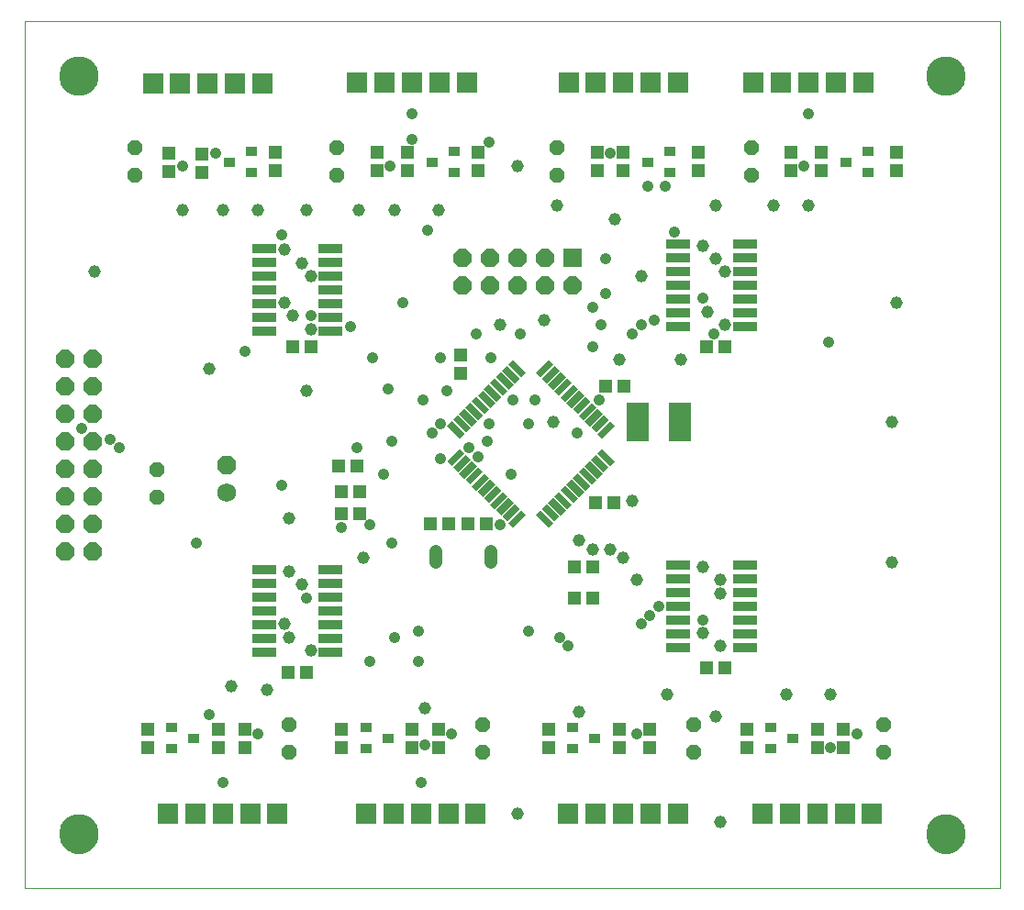
<source format=gts>
G75*
G70*
%OFA0B0*%
%FSLAX24Y24*%
%IPPOS*%
%LPD*%
%AMOC8*
5,1,8,0,0,1.08239X$1,22.5*
%
%ADD10C,0.0000*%
%ADD11C,0.1438*%
%ADD12OC8,0.0660*%
%ADD13R,0.0454X0.0493*%
%ADD14C,0.0460*%
%ADD15R,0.0493X0.0454*%
%ADD16R,0.0769X0.0769*%
%ADD17R,0.0651X0.0257*%
%ADD18R,0.0257X0.0651*%
%ADD19R,0.0660X0.0660*%
%ADD20R,0.0808X0.1399*%
%ADD21R,0.0860X0.0320*%
%ADD22OC8,0.0540*%
%ADD23OC8,0.0690*%
%ADD24C,0.0690*%
%ADD25R,0.0410X0.0370*%
%ADD26C,0.0417*%
%ADD27C,0.0457*%
D10*
X001140Y001640D02*
X001140Y033136D01*
X036573Y033136D01*
X036573Y001640D01*
X001140Y001640D01*
X002420Y003609D02*
X002422Y003661D01*
X002428Y003713D01*
X002438Y003764D01*
X002451Y003814D01*
X002469Y003864D01*
X002490Y003911D01*
X002514Y003957D01*
X002543Y004001D01*
X002574Y004043D01*
X002608Y004082D01*
X002645Y004119D01*
X002685Y004152D01*
X002728Y004183D01*
X002772Y004210D01*
X002818Y004234D01*
X002867Y004254D01*
X002916Y004270D01*
X002967Y004283D01*
X003018Y004292D01*
X003070Y004297D01*
X003122Y004298D01*
X003174Y004295D01*
X003226Y004288D01*
X003277Y004277D01*
X003327Y004263D01*
X003376Y004244D01*
X003423Y004222D01*
X003468Y004197D01*
X003512Y004168D01*
X003553Y004136D01*
X003592Y004101D01*
X003627Y004063D01*
X003660Y004022D01*
X003690Y003980D01*
X003716Y003935D01*
X003739Y003888D01*
X003758Y003839D01*
X003774Y003789D01*
X003786Y003739D01*
X003794Y003687D01*
X003798Y003635D01*
X003798Y003583D01*
X003794Y003531D01*
X003786Y003479D01*
X003774Y003429D01*
X003758Y003379D01*
X003739Y003330D01*
X003716Y003283D01*
X003690Y003238D01*
X003660Y003196D01*
X003627Y003155D01*
X003592Y003117D01*
X003553Y003082D01*
X003512Y003050D01*
X003468Y003021D01*
X003423Y002996D01*
X003376Y002974D01*
X003327Y002955D01*
X003277Y002941D01*
X003226Y002930D01*
X003174Y002923D01*
X003122Y002920D01*
X003070Y002921D01*
X003018Y002926D01*
X002967Y002935D01*
X002916Y002948D01*
X002867Y002964D01*
X002818Y002984D01*
X002772Y003008D01*
X002728Y003035D01*
X002685Y003066D01*
X002645Y003099D01*
X002608Y003136D01*
X002574Y003175D01*
X002543Y003217D01*
X002514Y003261D01*
X002490Y003307D01*
X002469Y003354D01*
X002451Y003404D01*
X002438Y003454D01*
X002428Y003505D01*
X002422Y003557D01*
X002420Y003609D01*
X002420Y031168D02*
X002422Y031220D01*
X002428Y031272D01*
X002438Y031323D01*
X002451Y031373D01*
X002469Y031423D01*
X002490Y031470D01*
X002514Y031516D01*
X002543Y031560D01*
X002574Y031602D01*
X002608Y031641D01*
X002645Y031678D01*
X002685Y031711D01*
X002728Y031742D01*
X002772Y031769D01*
X002818Y031793D01*
X002867Y031813D01*
X002916Y031829D01*
X002967Y031842D01*
X003018Y031851D01*
X003070Y031856D01*
X003122Y031857D01*
X003174Y031854D01*
X003226Y031847D01*
X003277Y031836D01*
X003327Y031822D01*
X003376Y031803D01*
X003423Y031781D01*
X003468Y031756D01*
X003512Y031727D01*
X003553Y031695D01*
X003592Y031660D01*
X003627Y031622D01*
X003660Y031581D01*
X003690Y031539D01*
X003716Y031494D01*
X003739Y031447D01*
X003758Y031398D01*
X003774Y031348D01*
X003786Y031298D01*
X003794Y031246D01*
X003798Y031194D01*
X003798Y031142D01*
X003794Y031090D01*
X003786Y031038D01*
X003774Y030988D01*
X003758Y030938D01*
X003739Y030889D01*
X003716Y030842D01*
X003690Y030797D01*
X003660Y030755D01*
X003627Y030714D01*
X003592Y030676D01*
X003553Y030641D01*
X003512Y030609D01*
X003468Y030580D01*
X003423Y030555D01*
X003376Y030533D01*
X003327Y030514D01*
X003277Y030500D01*
X003226Y030489D01*
X003174Y030482D01*
X003122Y030479D01*
X003070Y030480D01*
X003018Y030485D01*
X002967Y030494D01*
X002916Y030507D01*
X002867Y030523D01*
X002818Y030543D01*
X002772Y030567D01*
X002728Y030594D01*
X002685Y030625D01*
X002645Y030658D01*
X002608Y030695D01*
X002574Y030734D01*
X002543Y030776D01*
X002514Y030820D01*
X002490Y030866D01*
X002469Y030913D01*
X002451Y030963D01*
X002438Y031013D01*
X002428Y031064D01*
X002422Y031116D01*
X002420Y031168D01*
X033916Y031168D02*
X033918Y031220D01*
X033924Y031272D01*
X033934Y031323D01*
X033947Y031373D01*
X033965Y031423D01*
X033986Y031470D01*
X034010Y031516D01*
X034039Y031560D01*
X034070Y031602D01*
X034104Y031641D01*
X034141Y031678D01*
X034181Y031711D01*
X034224Y031742D01*
X034268Y031769D01*
X034314Y031793D01*
X034363Y031813D01*
X034412Y031829D01*
X034463Y031842D01*
X034514Y031851D01*
X034566Y031856D01*
X034618Y031857D01*
X034670Y031854D01*
X034722Y031847D01*
X034773Y031836D01*
X034823Y031822D01*
X034872Y031803D01*
X034919Y031781D01*
X034964Y031756D01*
X035008Y031727D01*
X035049Y031695D01*
X035088Y031660D01*
X035123Y031622D01*
X035156Y031581D01*
X035186Y031539D01*
X035212Y031494D01*
X035235Y031447D01*
X035254Y031398D01*
X035270Y031348D01*
X035282Y031298D01*
X035290Y031246D01*
X035294Y031194D01*
X035294Y031142D01*
X035290Y031090D01*
X035282Y031038D01*
X035270Y030988D01*
X035254Y030938D01*
X035235Y030889D01*
X035212Y030842D01*
X035186Y030797D01*
X035156Y030755D01*
X035123Y030714D01*
X035088Y030676D01*
X035049Y030641D01*
X035008Y030609D01*
X034964Y030580D01*
X034919Y030555D01*
X034872Y030533D01*
X034823Y030514D01*
X034773Y030500D01*
X034722Y030489D01*
X034670Y030482D01*
X034618Y030479D01*
X034566Y030480D01*
X034514Y030485D01*
X034463Y030494D01*
X034412Y030507D01*
X034363Y030523D01*
X034314Y030543D01*
X034268Y030567D01*
X034224Y030594D01*
X034181Y030625D01*
X034141Y030658D01*
X034104Y030695D01*
X034070Y030734D01*
X034039Y030776D01*
X034010Y030820D01*
X033986Y030866D01*
X033965Y030913D01*
X033947Y030963D01*
X033934Y031013D01*
X033924Y031064D01*
X033918Y031116D01*
X033916Y031168D01*
X033916Y003609D02*
X033918Y003661D01*
X033924Y003713D01*
X033934Y003764D01*
X033947Y003814D01*
X033965Y003864D01*
X033986Y003911D01*
X034010Y003957D01*
X034039Y004001D01*
X034070Y004043D01*
X034104Y004082D01*
X034141Y004119D01*
X034181Y004152D01*
X034224Y004183D01*
X034268Y004210D01*
X034314Y004234D01*
X034363Y004254D01*
X034412Y004270D01*
X034463Y004283D01*
X034514Y004292D01*
X034566Y004297D01*
X034618Y004298D01*
X034670Y004295D01*
X034722Y004288D01*
X034773Y004277D01*
X034823Y004263D01*
X034872Y004244D01*
X034919Y004222D01*
X034964Y004197D01*
X035008Y004168D01*
X035049Y004136D01*
X035088Y004101D01*
X035123Y004063D01*
X035156Y004022D01*
X035186Y003980D01*
X035212Y003935D01*
X035235Y003888D01*
X035254Y003839D01*
X035270Y003789D01*
X035282Y003739D01*
X035290Y003687D01*
X035294Y003635D01*
X035294Y003583D01*
X035290Y003531D01*
X035282Y003479D01*
X035270Y003429D01*
X035254Y003379D01*
X035235Y003330D01*
X035212Y003283D01*
X035186Y003238D01*
X035156Y003196D01*
X035123Y003155D01*
X035088Y003117D01*
X035049Y003082D01*
X035008Y003050D01*
X034964Y003021D01*
X034919Y002996D01*
X034872Y002974D01*
X034823Y002955D01*
X034773Y002941D01*
X034722Y002930D01*
X034670Y002923D01*
X034618Y002920D01*
X034566Y002921D01*
X034514Y002926D01*
X034463Y002935D01*
X034412Y002948D01*
X034363Y002964D01*
X034314Y002984D01*
X034268Y003008D01*
X034224Y003035D01*
X034181Y003066D01*
X034141Y003099D01*
X034104Y003136D01*
X034070Y003175D01*
X034039Y003217D01*
X034010Y003261D01*
X033986Y003307D01*
X033965Y003354D01*
X033947Y003404D01*
X033934Y003454D01*
X033924Y003505D01*
X033918Y003557D01*
X033916Y003609D01*
D11*
X034605Y003609D03*
X034605Y031168D03*
X003109Y031168D03*
X003109Y003609D03*
D12*
X003609Y013888D03*
X003609Y014888D03*
X003609Y015888D03*
X003609Y016888D03*
X003609Y017888D03*
X003609Y018888D03*
X003609Y019888D03*
X003609Y020888D03*
X002609Y020888D03*
X002609Y019888D03*
X002609Y018888D03*
X002609Y017888D03*
X002609Y016888D03*
X002609Y015888D03*
X002609Y014888D03*
X002609Y013888D03*
X017060Y023540D03*
X017060Y024540D03*
X018060Y024540D03*
X018060Y023540D03*
X019060Y023540D03*
X020060Y023540D03*
X020060Y024540D03*
X019060Y024540D03*
X021060Y023540D03*
D13*
X016980Y021015D03*
X016980Y020345D03*
X013235Y016980D03*
X012565Y016980D03*
X012645Y016040D03*
X013315Y016040D03*
X013315Y015240D03*
X012645Y015240D03*
X021125Y013320D03*
X021795Y013320D03*
X021795Y012200D03*
X021125Y012200D03*
D14*
X018100Y013480D02*
X018100Y013880D01*
X016100Y013880D02*
X016100Y013480D01*
D15*
X015885Y014900D03*
X016555Y014900D03*
X017265Y014880D03*
X017935Y014880D03*
X021885Y015640D03*
X022555Y015640D03*
X022245Y019880D03*
X022915Y019880D03*
X025925Y021320D03*
X026595Y021320D03*
X025620Y027705D03*
X025620Y028375D03*
X022900Y028375D03*
X022900Y027705D03*
X021940Y027705D03*
X021940Y028375D03*
X017620Y028375D03*
X017620Y027705D03*
X015060Y027705D03*
X015060Y028375D03*
X013940Y028375D03*
X013940Y027705D03*
X010260Y027705D03*
X010260Y028375D03*
X007580Y028335D03*
X007580Y027665D03*
X006380Y027685D03*
X006380Y028355D03*
X010885Y021320D03*
X011555Y021320D03*
X011395Y009480D03*
X010725Y009480D03*
X009140Y007415D03*
X009140Y006745D03*
X008180Y006745D03*
X008180Y007415D03*
X005620Y007415D03*
X005620Y006745D03*
X012660Y006745D03*
X012660Y007415D03*
X015220Y007415D03*
X015220Y006745D03*
X016180Y006745D03*
X016180Y007415D03*
X020180Y007415D03*
X020180Y006745D03*
X022740Y006745D03*
X022740Y007415D03*
X023860Y007415D03*
X023860Y006745D03*
X027380Y006745D03*
X027380Y007415D03*
X026595Y009640D03*
X025925Y009640D03*
X029940Y007415D03*
X029940Y006745D03*
X030900Y006745D03*
X030900Y007415D03*
X030100Y027705D03*
X030100Y028375D03*
X028980Y028375D03*
X028980Y027705D03*
X032820Y027705D03*
X032820Y028375D03*
D16*
X031620Y030920D03*
X030620Y030920D03*
X029620Y030920D03*
X028620Y030920D03*
X027636Y030920D03*
X024900Y030920D03*
X023900Y030920D03*
X022900Y030920D03*
X021900Y030920D03*
X020916Y030920D03*
X017220Y030920D03*
X016220Y030920D03*
X015220Y030920D03*
X014220Y030920D03*
X013236Y030920D03*
X009800Y030880D03*
X008800Y030880D03*
X007800Y030880D03*
X006800Y030880D03*
X005816Y030880D03*
X006340Y004360D03*
X007340Y004360D03*
X008340Y004360D03*
X009340Y004360D03*
X010324Y004360D03*
X013540Y004360D03*
X014540Y004360D03*
X015540Y004360D03*
X016540Y004360D03*
X017524Y004360D03*
X020900Y004360D03*
X021900Y004360D03*
X022900Y004360D03*
X023900Y004360D03*
X024884Y004360D03*
X027940Y004360D03*
X028940Y004360D03*
X029940Y004360D03*
X030940Y004360D03*
X031924Y004360D03*
D17*
G36*
X019359Y015211D02*
X018900Y014752D01*
X018719Y014933D01*
X019178Y015392D01*
X019359Y015211D01*
G37*
G36*
X019136Y015434D02*
X018677Y014975D01*
X018496Y015156D01*
X018955Y015615D01*
X019136Y015434D01*
G37*
G36*
X018913Y015656D02*
X018454Y015197D01*
X018273Y015378D01*
X018732Y015837D01*
X018913Y015656D01*
G37*
G36*
X018691Y015879D02*
X018232Y015420D01*
X018051Y015601D01*
X018510Y016060D01*
X018691Y015879D01*
G37*
G36*
X018468Y016102D02*
X018009Y015643D01*
X017828Y015824D01*
X018287Y016283D01*
X018468Y016102D01*
G37*
G36*
X018245Y016324D02*
X017786Y015865D01*
X017605Y016046D01*
X018064Y016505D01*
X018245Y016324D01*
G37*
G36*
X018023Y016547D02*
X017564Y016088D01*
X017383Y016269D01*
X017842Y016728D01*
X018023Y016547D01*
G37*
G36*
X017800Y016770D02*
X017341Y016311D01*
X017160Y016492D01*
X017619Y016951D01*
X017800Y016770D01*
G37*
G36*
X017577Y016992D02*
X017118Y016533D01*
X016937Y016714D01*
X017396Y017173D01*
X017577Y016992D01*
G37*
G36*
X017355Y017215D02*
X016896Y016756D01*
X016715Y016937D01*
X017174Y017396D01*
X017355Y017215D01*
G37*
G36*
X017132Y017438D02*
X016673Y016979D01*
X016492Y017160D01*
X016951Y017619D01*
X017132Y017438D01*
G37*
G36*
X020807Y020222D02*
X020348Y019763D01*
X020167Y019944D01*
X020626Y020403D01*
X020807Y020222D01*
G37*
G36*
X021029Y019999D02*
X020570Y019540D01*
X020389Y019721D01*
X020848Y020180D01*
X021029Y019999D01*
G37*
G36*
X021252Y019776D02*
X020793Y019317D01*
X020612Y019498D01*
X021071Y019957D01*
X021252Y019776D01*
G37*
G36*
X021475Y019554D02*
X021016Y019095D01*
X020835Y019276D01*
X021294Y019735D01*
X021475Y019554D01*
G37*
G36*
X021697Y019331D02*
X021238Y018872D01*
X021057Y019053D01*
X021516Y019512D01*
X021697Y019331D01*
G37*
G36*
X021920Y019108D02*
X021461Y018649D01*
X021280Y018830D01*
X021739Y019289D01*
X021920Y019108D01*
G37*
G36*
X022143Y018886D02*
X021684Y018427D01*
X021503Y018608D01*
X021962Y019067D01*
X022143Y018886D01*
G37*
G36*
X022365Y018663D02*
X021906Y018204D01*
X021725Y018385D01*
X022184Y018844D01*
X022365Y018663D01*
G37*
G36*
X022588Y018440D02*
X022129Y017981D01*
X021948Y018162D01*
X022407Y018621D01*
X022588Y018440D01*
G37*
G36*
X020584Y020444D02*
X020125Y019985D01*
X019944Y020166D01*
X020403Y020625D01*
X020584Y020444D01*
G37*
G36*
X020361Y020667D02*
X019902Y020208D01*
X019721Y020389D01*
X020180Y020848D01*
X020361Y020667D01*
G37*
D18*
G36*
X019359Y020389D02*
X019178Y020208D01*
X018719Y020667D01*
X018900Y020848D01*
X019359Y020389D01*
G37*
G36*
X019136Y020166D02*
X018955Y019985D01*
X018496Y020444D01*
X018677Y020625D01*
X019136Y020166D01*
G37*
G36*
X018913Y019944D02*
X018732Y019763D01*
X018273Y020222D01*
X018454Y020403D01*
X018913Y019944D01*
G37*
G36*
X018691Y019721D02*
X018510Y019540D01*
X018051Y019999D01*
X018232Y020180D01*
X018691Y019721D01*
G37*
G36*
X018468Y019498D02*
X018287Y019317D01*
X017828Y019776D01*
X018009Y019957D01*
X018468Y019498D01*
G37*
G36*
X018245Y019276D02*
X018064Y019095D01*
X017605Y019554D01*
X017786Y019735D01*
X018245Y019276D01*
G37*
G36*
X018023Y019053D02*
X017842Y018872D01*
X017383Y019331D01*
X017564Y019512D01*
X018023Y019053D01*
G37*
G36*
X017800Y018830D02*
X017619Y018649D01*
X017160Y019108D01*
X017341Y019289D01*
X017800Y018830D01*
G37*
G36*
X017577Y018608D02*
X017396Y018427D01*
X016937Y018886D01*
X017118Y019067D01*
X017577Y018608D01*
G37*
G36*
X017355Y018385D02*
X017174Y018204D01*
X016715Y018663D01*
X016896Y018844D01*
X017355Y018385D01*
G37*
G36*
X017132Y018162D02*
X016951Y017981D01*
X016492Y018440D01*
X016673Y018621D01*
X017132Y018162D01*
G37*
G36*
X020584Y015156D02*
X020403Y014975D01*
X019944Y015434D01*
X020125Y015615D01*
X020584Y015156D01*
G37*
G36*
X020807Y015378D02*
X020626Y015197D01*
X020167Y015656D01*
X020348Y015837D01*
X020807Y015378D01*
G37*
G36*
X021029Y015601D02*
X020848Y015420D01*
X020389Y015879D01*
X020570Y016060D01*
X021029Y015601D01*
G37*
G36*
X021252Y015824D02*
X021071Y015643D01*
X020612Y016102D01*
X020793Y016283D01*
X021252Y015824D01*
G37*
G36*
X021475Y016046D02*
X021294Y015865D01*
X020835Y016324D01*
X021016Y016505D01*
X021475Y016046D01*
G37*
G36*
X021697Y016269D02*
X021516Y016088D01*
X021057Y016547D01*
X021238Y016728D01*
X021697Y016269D01*
G37*
G36*
X021920Y016492D02*
X021739Y016311D01*
X021280Y016770D01*
X021461Y016951D01*
X021920Y016492D01*
G37*
G36*
X022143Y016714D02*
X021962Y016533D01*
X021503Y016992D01*
X021684Y017173D01*
X022143Y016714D01*
G37*
G36*
X022365Y016937D02*
X022184Y016756D01*
X021725Y017215D01*
X021906Y017396D01*
X022365Y016937D01*
G37*
G36*
X022588Y017160D02*
X022407Y016979D01*
X021948Y017438D01*
X022129Y017619D01*
X022588Y017160D01*
G37*
G36*
X020361Y014933D02*
X020180Y014752D01*
X019721Y015211D01*
X019902Y015392D01*
X020361Y014933D01*
G37*
D19*
X021060Y024540D03*
D20*
X023412Y018600D03*
X024948Y018600D03*
D21*
X024890Y022060D03*
X024890Y022560D03*
X024890Y023060D03*
X024890Y023560D03*
X024890Y024060D03*
X024890Y024560D03*
X024890Y025060D03*
X027310Y025060D03*
X027310Y024560D03*
X027310Y024060D03*
X027310Y023560D03*
X027310Y023060D03*
X027310Y022560D03*
X027310Y022060D03*
X027310Y013380D03*
X027310Y012880D03*
X027310Y012380D03*
X027310Y011880D03*
X027310Y011380D03*
X027310Y010880D03*
X027310Y010380D03*
X024890Y010380D03*
X024890Y010880D03*
X024890Y011380D03*
X024890Y011880D03*
X024890Y012380D03*
X024890Y012880D03*
X024890Y013380D03*
X012270Y013220D03*
X012270Y012720D03*
X012270Y012220D03*
X012270Y011720D03*
X012270Y011220D03*
X012270Y010720D03*
X012270Y010220D03*
X009850Y010220D03*
X009850Y010720D03*
X009850Y011220D03*
X009850Y011720D03*
X009850Y012220D03*
X009850Y012720D03*
X009850Y013220D03*
X009850Y021900D03*
X009850Y022400D03*
X009850Y022900D03*
X009850Y023400D03*
X009850Y023900D03*
X009850Y024400D03*
X009850Y024900D03*
X012270Y024900D03*
X012270Y024400D03*
X012270Y023900D03*
X012270Y023400D03*
X012270Y022900D03*
X012270Y022400D03*
X012270Y021900D03*
D22*
X005940Y016860D03*
X005940Y015860D03*
X010740Y007580D03*
X010740Y006580D03*
X017780Y006580D03*
X017780Y007580D03*
X025460Y007580D03*
X025460Y006580D03*
X032340Y006580D03*
X032340Y007580D03*
X027540Y027540D03*
X027540Y028540D03*
X020500Y028540D03*
X020500Y027540D03*
X012500Y027540D03*
X012500Y028540D03*
X005140Y028540D03*
X005140Y027540D03*
D23*
X008500Y017020D03*
D24*
X008500Y016020D03*
D25*
X006500Y007470D03*
X006500Y006710D03*
X007300Y007090D03*
X013540Y006710D03*
X013540Y007470D03*
X014340Y007090D03*
X021060Y006710D03*
X021060Y007470D03*
X021860Y007090D03*
X028260Y006710D03*
X028260Y007470D03*
X029060Y007090D03*
X031780Y027650D03*
X031780Y028410D03*
X030980Y028030D03*
X024580Y027650D03*
X024580Y028410D03*
X023780Y028030D03*
X016740Y027650D03*
X016740Y028410D03*
X015940Y028030D03*
X009380Y027650D03*
X009380Y028410D03*
X008580Y028030D03*
D26*
X008100Y028360D03*
X006900Y027880D03*
X010500Y025400D03*
X011540Y022440D03*
X012980Y022040D03*
X013780Y020920D03*
X014340Y019800D03*
X015620Y019400D03*
X016500Y019720D03*
X016260Y018520D03*
X015940Y018200D03*
X016260Y017240D03*
X017300Y017640D03*
X017620Y017320D03*
X017940Y017880D03*
X018020Y018520D03*
X018900Y019400D03*
X019700Y019400D03*
X019460Y018520D03*
X021220Y018200D03*
X022020Y019400D03*
X021780Y021320D03*
X022100Y022120D03*
X021780Y022760D03*
X022260Y023240D03*
X023540Y022120D03*
X023220Y021800D03*
X024020Y022280D03*
X025780Y023080D03*
X026180Y021800D03*
X022260Y024520D03*
X024740Y025480D03*
X024420Y027160D03*
X023780Y027160D03*
X022420Y028360D03*
X018020Y028760D03*
X015220Y028840D03*
X015220Y029800D03*
X014420Y027880D03*
X015780Y025560D03*
X014900Y022920D03*
X016260Y020920D03*
X017540Y021800D03*
X018100Y020920D03*
X019140Y021800D03*
X014500Y017880D03*
X013220Y017640D03*
X014180Y016680D03*
X013700Y014840D03*
X014500Y014200D03*
X012660Y014760D03*
X010500Y016280D03*
X007380Y014200D03*
X004580Y017640D03*
X004260Y017960D03*
X003220Y018360D03*
X009140Y021160D03*
X018420Y014840D03*
X018820Y016680D03*
X024180Y011880D03*
X023860Y011560D03*
X023540Y011240D03*
X025780Y011400D03*
X023380Y007240D03*
X020900Y010440D03*
X020580Y010760D03*
X019460Y011000D03*
X015460Y011000D03*
X014580Y010760D03*
X013700Y009880D03*
X015460Y009880D03*
X016660Y007240D03*
X015700Y006840D03*
X015540Y005480D03*
X009620Y007240D03*
X007860Y007960D03*
X008340Y005480D03*
X011380Y012200D03*
X029460Y027880D03*
X029620Y029800D03*
X030340Y021480D03*
X031380Y007240D03*
X030420Y006760D03*
D27*
X030420Y008680D03*
X028820Y008680D03*
X026420Y010440D03*
X025780Y010920D03*
X026420Y012360D03*
X026420Y012840D03*
X025780Y013320D03*
X023380Y012840D03*
X022900Y013640D03*
X022420Y013960D03*
X021780Y013960D03*
X021300Y014280D03*
X023220Y015720D03*
X020340Y018600D03*
X022740Y020840D03*
X024980Y020840D03*
X026580Y022120D03*
X025940Y022600D03*
X026580Y024040D03*
X026260Y024520D03*
X025780Y025000D03*
X026260Y026440D03*
X028340Y026440D03*
X029620Y026440D03*
X032820Y022920D03*
X032660Y018600D03*
X032660Y013480D03*
X026260Y007880D03*
X024500Y008680D03*
X021300Y008040D03*
X019060Y004360D03*
X015700Y008200D03*
X011540Y010280D03*
X010740Y010760D03*
X010580Y011240D03*
X011220Y012680D03*
X010740Y013160D03*
X010740Y015080D03*
X013460Y013640D03*
X008660Y009000D03*
X009940Y008840D03*
X011380Y019720D03*
X011540Y021960D03*
X010900Y022440D03*
X010580Y022920D03*
X011540Y023880D03*
X011220Y024360D03*
X010580Y024840D03*
X011380Y026280D03*
X009620Y026280D03*
X008340Y026280D03*
X006900Y026280D03*
X003700Y024040D03*
X007860Y020520D03*
X013300Y026280D03*
X014580Y026280D03*
X016180Y026280D03*
X019060Y027880D03*
X020500Y026440D03*
X022580Y025960D03*
X023540Y023880D03*
X020020Y022280D03*
X018420Y022120D03*
X026420Y004040D03*
M02*

</source>
